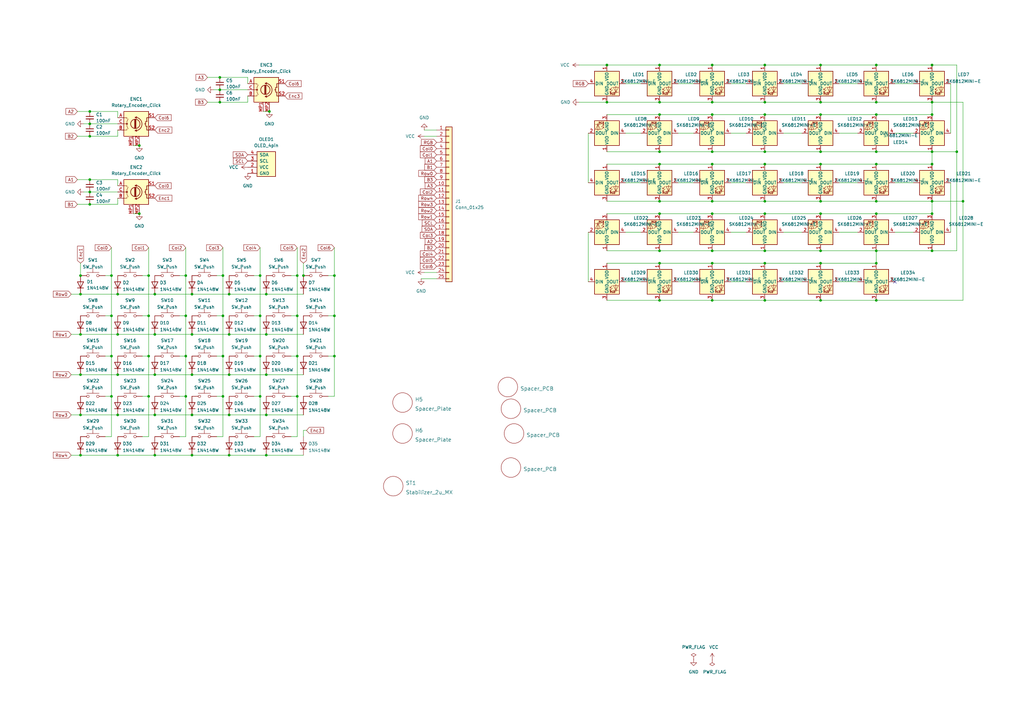
<source format=kicad_sch>
(kicad_sch (version 20211123) (generator eeschema)
  (paper "A3")
  (junction (at 78.74 186.69))
  (junction (at 313.69 87.63))
  (junction (at 93.98 137.16))
  (junction (at 124.46 113.03))
  (junction (at 292.1 26.67))
  (junction (at 76.2 113.03))
  (junction (at 336.55 87.63))
  (junction (at 359.41 26.67))
  (junction (at 110.49 45.72))
  (junction (at 137.16 146.05))
  (junction (at 45.72 162.56))
  (junction (at 313.69 46.99))
  (junction (at 60.96 146.05))
  (junction (at 292.1 123.19))
  (junction (at 48.26 153.67))
  (junction (at 109.22 186.69))
  (junction (at 270.51 26.67))
  (junction (at 33.02 113.03))
  (junction (at 292.1 82.55))
  (junction (at 33.02 153.67))
  (junction (at 33.02 137.16))
  (junction (at 90.17 36.83))
  (junction (at 63.5 170.18))
  (junction (at 292.1 107.95))
  (junction (at 76.2 162.56))
  (junction (at 382.27 82.55))
  (junction (at 78.74 153.67))
  (junction (at 106.68 162.56))
  (junction (at 359.41 67.31))
  (junction (at 382.27 87.63))
  (junction (at 359.41 82.55))
  (junction (at 121.92 129.54))
  (junction (at 336.55 123.19))
  (junction (at 36.83 73.66))
  (junction (at 313.69 67.31))
  (junction (at 137.16 113.03))
  (junction (at 292.1 46.99))
  (junction (at 76.2 129.54))
  (junction (at 48.26 186.69))
  (junction (at 93.98 153.67))
  (junction (at 33.02 170.18))
  (junction (at 336.55 107.95))
  (junction (at 137.16 129.54))
  (junction (at 60.96 129.54))
  (junction (at 382.27 46.99))
  (junction (at 36.83 83.82))
  (junction (at 270.51 41.91))
  (junction (at 45.72 146.05))
  (junction (at 48.26 137.16))
  (junction (at 45.72 113.03))
  (junction (at 336.55 67.31))
  (junction (at 292.1 102.87))
  (junction (at 270.51 46.99))
  (junction (at 33.02 186.69))
  (junction (at 78.74 170.18))
  (junction (at 382.27 62.23))
  (junction (at 93.98 186.69))
  (junction (at 336.55 41.91))
  (junction (at 36.83 50.8))
  (junction (at 292.1 62.23))
  (junction (at 313.69 41.91))
  (junction (at 270.51 62.23))
  (junction (at 336.55 102.87))
  (junction (at 48.26 170.18))
  (junction (at 63.5 186.69))
  (junction (at 313.69 26.67))
  (junction (at 33.02 120.65))
  (junction (at 63.5 153.67))
  (junction (at 78.74 137.16))
  (junction (at 36.83 55.88))
  (junction (at 313.69 102.87))
  (junction (at 90.17 41.91))
  (junction (at 359.41 123.19))
  (junction (at 91.44 146.05))
  (junction (at 121.92 113.03))
  (junction (at 382.27 102.87))
  (junction (at 63.5 120.65))
  (junction (at 270.51 102.87))
  (junction (at 359.41 102.87))
  (junction (at 57.15 87.63))
  (junction (at 270.51 107.95))
  (junction (at 45.72 129.54))
  (junction (at 336.55 62.23))
  (junction (at 292.1 41.91))
  (junction (at 313.69 82.55))
  (junction (at 93.98 170.18))
  (junction (at 248.92 41.91))
  (junction (at 359.41 107.95))
  (junction (at 336.55 46.99))
  (junction (at 60.96 162.56))
  (junction (at 36.83 45.72))
  (junction (at 63.5 137.16))
  (junction (at 359.41 62.23))
  (junction (at 76.2 146.05))
  (junction (at 270.51 67.31))
  (junction (at 106.68 146.05))
  (junction (at 336.55 26.67))
  (junction (at 93.98 120.65))
  (junction (at 91.44 129.54))
  (junction (at 106.68 129.54))
  (junction (at 36.83 78.74))
  (junction (at 109.22 170.18))
  (junction (at 270.51 82.55))
  (junction (at 248.92 26.67))
  (junction (at 382.27 26.67))
  (junction (at 292.1 87.63))
  (junction (at 292.1 67.31))
  (junction (at 394.97 82.55))
  (junction (at 313.69 107.95))
  (junction (at 109.22 153.67))
  (junction (at 313.69 123.19))
  (junction (at 60.96 113.03))
  (junction (at 91.44 113.03))
  (junction (at 121.92 146.05))
  (junction (at 121.92 162.56))
  (junction (at 91.44 162.56))
  (junction (at 336.55 82.55))
  (junction (at 90.17 31.75))
  (junction (at 359.41 41.91))
  (junction (at 359.41 46.99))
  (junction (at 109.22 137.16))
  (junction (at 109.22 120.65))
  (junction (at 392.43 62.23))
  (junction (at 382.27 67.31))
  (junction (at 270.51 87.63))
  (junction (at 313.69 62.23))
  (junction (at 359.41 87.63))
  (junction (at 270.51 123.19))
  (junction (at 57.15 59.69))
  (junction (at 382.27 41.91))
  (junction (at 48.26 120.65))
  (junction (at 106.68 113.03))
  (junction (at 78.74 120.65))
  (no_connect (at 367.03 115.57))
  (wire (pts (xy 78.74 120.65) (xy 93.98 120.65)))
  (wire (pts (xy 313.69 46.99) (xy 336.55 46.99)))
  (wire (pts (xy 78.74 170.18) (xy 93.98 170.18)))
  (wire (pts (xy 134.62 113.03) (xy 137.16 113.03)))
  (wire (pts (xy 29.21 186.69) (xy 33.02 186.69)))
  (wire (pts (xy 367.03 54.61) (xy 374.65 54.61)))
  (wire (pts (xy 33.02 107.95) (xy 33.02 113.03)))
  (wire (pts (xy 299.72 95.25) (xy 306.07 95.25)))
  (wire (pts (xy 299.72 115.57) (xy 306.07 115.57)))
  (wire (pts (xy 29.21 153.67) (xy 33.02 153.67)))
  (wire (pts (xy 45.72 101.6) (xy 45.72 113.03)))
  (wire (pts (xy 256.54 115.57) (xy 262.89 115.57)))
  (wire (pts (xy 270.51 87.63) (xy 292.1 87.63)))
  (wire (pts (xy 76.2 129.54) (xy 76.2 146.05)))
  (wire (pts (xy 109.22 137.16) (xy 124.46 137.16)))
  (wire (pts (xy 292.1 107.95) (xy 313.69 107.95)))
  (wire (pts (xy 389.89 74.93) (xy 389.89 95.25)))
  (wire (pts (xy 33.02 137.16) (xy 48.26 137.16)))
  (wire (pts (xy 48.26 76.2) (xy 48.26 73.66)))
  (wire (pts (xy 248.92 67.31) (xy 270.51 67.31)))
  (wire (pts (xy 76.2 146.05) (xy 76.2 162.56)))
  (wire (pts (xy 73.66 162.56) (xy 76.2 162.56)))
  (wire (pts (xy 359.41 62.23) (xy 382.27 62.23)))
  (wire (pts (xy 270.51 62.23) (xy 292.1 62.23)))
  (wire (pts (xy 31.75 83.82) (xy 36.83 83.82)))
  (wire (pts (xy 292.1 87.63) (xy 313.69 87.63)))
  (wire (pts (xy 73.66 113.03) (xy 76.2 113.03)))
  (wire (pts (xy 270.51 107.95) (xy 292.1 107.95)))
  (wire (pts (xy 137.16 146.05) (xy 137.16 162.56)))
  (wire (pts (xy 60.96 162.56) (xy 60.96 179.07)))
  (wire (pts (xy 31.75 55.88) (xy 36.83 55.88)))
  (wire (pts (xy 359.41 102.87) (xy 382.27 102.87)))
  (wire (pts (xy 31.75 73.66) (xy 36.83 73.66)))
  (wire (pts (xy 29.21 137.16) (xy 33.02 137.16)))
  (wire (pts (xy 58.42 162.56) (xy 60.96 162.56)))
  (wire (pts (xy 43.18 179.07) (xy 45.72 179.07)))
  (wire (pts (xy 292.1 26.67) (xy 313.69 26.67)))
  (wire (pts (xy 359.41 87.63) (xy 382.27 87.63)))
  (wire (pts (xy 48.26 81.28) (xy 48.26 83.82)))
  (wire (pts (xy 48.26 53.34) (xy 48.26 55.88)))
  (wire (pts (xy 359.41 26.67) (xy 382.27 26.67)))
  (wire (pts (xy 58.42 129.54) (xy 60.96 129.54)))
  (wire (pts (xy 382.27 82.55) (xy 382.27 87.63)))
  (wire (pts (xy 33.02 186.69) (xy 48.26 186.69)))
  (wire (pts (xy 336.55 67.31) (xy 359.41 67.31)))
  (wire (pts (xy 88.9 162.56) (xy 91.44 162.56)))
  (wire (pts (xy 278.13 95.25) (xy 284.48 95.25)))
  (wire (pts (xy 34.29 78.74) (xy 36.83 78.74)))
  (wire (pts (xy 36.83 45.72) (xy 48.26 45.72)))
  (wire (pts (xy 109.22 120.65) (xy 124.46 120.65)))
  (wire (pts (xy 107.95 45.72) (xy 110.49 45.72)))
  (wire (pts (xy 119.38 162.56) (xy 121.92 162.56)))
  (wire (pts (xy 392.43 102.87) (xy 382.27 102.87)))
  (wire (pts (xy 91.44 162.56) (xy 91.44 179.07)))
  (wire (pts (xy 91.44 113.03) (xy 91.44 129.54)))
  (wire (pts (xy 359.41 46.99) (xy 382.27 46.99)))
  (wire (pts (xy 313.69 107.95) (xy 336.55 107.95)))
  (wire (pts (xy 33.02 170.18) (xy 48.26 170.18)))
  (wire (pts (xy 321.31 74.93) (xy 328.93 74.93)))
  (wire (pts (xy 270.51 67.31) (xy 292.1 67.31)))
  (wire (pts (xy 119.38 179.07) (xy 121.92 179.07)))
  (wire (pts (xy 90.17 36.83) (xy 101.6 36.83)))
  (wire (pts (xy 85.09 41.91) (xy 90.17 41.91)))
  (wire (pts (xy 336.55 26.67) (xy 359.41 26.67)))
  (wire (pts (xy 313.69 26.67) (xy 336.55 26.67)))
  (wire (pts (xy 336.55 46.99) (xy 359.41 46.99)))
  (wire (pts (xy 173.99 53.34) (xy 179.07 53.34)))
  (wire (pts (xy 106.68 101.6) (xy 106.68 113.03)))
  (wire (pts (xy 278.13 34.29) (xy 284.48 34.29)))
  (wire (pts (xy 137.16 129.54) (xy 137.16 146.05)))
  (wire (pts (xy 48.26 120.65) (xy 63.5 120.65)))
  (wire (pts (xy 321.31 115.57) (xy 328.93 115.57)))
  (wire (pts (xy 88.9 146.05) (xy 91.44 146.05)))
  (wire (pts (xy 119.38 146.05) (xy 121.92 146.05)))
  (wire (pts (xy 48.26 55.88) (xy 36.83 55.88)))
  (wire (pts (xy 93.98 186.69) (xy 109.22 186.69)))
  (wire (pts (xy 248.92 123.19) (xy 270.51 123.19)))
  (wire (pts (xy 313.69 82.55) (xy 336.55 82.55)))
  (wire (pts (xy 43.18 162.56) (xy 45.72 162.56)))
  (wire (pts (xy 36.83 78.74) (xy 48.26 78.74)))
  (wire (pts (xy 91.44 129.54) (xy 91.44 146.05)))
  (wire (pts (xy 85.09 31.75) (xy 90.17 31.75)))
  (wire (pts (xy 63.5 153.67) (xy 78.74 153.67)))
  (wire (pts (xy 134.62 129.54) (xy 137.16 129.54)))
  (wire (pts (xy 48.26 48.26) (xy 48.26 45.72)))
  (wire (pts (xy 336.55 107.95) (xy 359.41 107.95)))
  (wire (pts (xy 48.26 186.69) (xy 63.5 186.69)))
  (wire (pts (xy 292.1 41.91) (xy 313.69 41.91)))
  (wire (pts (xy 121.92 101.6) (xy 121.92 113.03)))
  (wire (pts (xy 124.46 176.53) (xy 124.46 179.07)))
  (wire (pts (xy 106.68 129.54) (xy 106.68 146.05)))
  (wire (pts (xy 78.74 153.67) (xy 93.98 153.67)))
  (wire (pts (xy 336.55 87.63) (xy 359.41 87.63)))
  (wire (pts (xy 278.13 54.61) (xy 284.48 54.61)))
  (wire (pts (xy 359.41 82.55) (xy 382.27 82.55)))
  (wire (pts (xy 344.17 54.61) (xy 351.79 54.61)))
  (wire (pts (xy 382.27 62.23) (xy 392.43 62.23)))
  (wire (pts (xy 344.17 95.25) (xy 351.79 95.25)))
  (wire (pts (xy 394.97 82.55) (xy 382.27 82.55)))
  (wire (pts (xy 344.17 115.57) (xy 351.79 115.57)))
  (wire (pts (xy 392.43 62.23) (xy 392.43 102.87)))
  (wire (pts (xy 119.38 113.03) (xy 121.92 113.03)))
  (wire (pts (xy 73.66 146.05) (xy 76.2 146.05)))
  (wire (pts (xy 101.6 39.37) (xy 101.6 41.91)))
  (wire (pts (xy 344.17 74.93) (xy 351.79 74.93)))
  (wire (pts (xy 336.55 82.55) (xy 359.41 82.55)))
  (wire (pts (xy 248.92 87.63) (xy 270.51 87.63)))
  (wire (pts (xy 313.69 87.63) (xy 336.55 87.63)))
  (wire (pts (xy 292.1 82.55) (xy 313.69 82.55)))
  (wire (pts (xy 313.69 67.31) (xy 336.55 67.31)))
  (wire (pts (xy 256.54 54.61) (xy 262.89 54.61)))
  (wire (pts (xy 173.99 111.76) (xy 179.07 111.76)))
  (wire (pts (xy 90.17 31.75) (xy 101.6 31.75)))
  (wire (pts (xy 367.03 74.93) (xy 374.65 74.93)))
  (wire (pts (xy 121.92 146.05) (xy 121.92 162.56)))
  (wire (pts (xy 248.92 107.95) (xy 270.51 107.95)))
  (wire (pts (xy 313.69 102.87) (xy 336.55 102.87)))
  (wire (pts (xy 336.55 102.87) (xy 359.41 102.87)))
  (wire (pts (xy 76.2 101.6) (xy 76.2 113.03)))
  (wire (pts (xy 172.72 114.3) (xy 179.07 114.3)))
  (wire (pts (xy 76.2 113.03) (xy 76.2 129.54)))
  (wire (pts (xy 278.13 74.93) (xy 284.48 74.93)))
  (wire (pts (xy 60.96 129.54) (xy 60.96 146.05)))
  (wire (pts (xy 336.55 62.23) (xy 359.41 62.23)))
  (wire (pts (xy 321.31 95.25) (xy 328.93 95.25)))
  (wire (pts (xy 241.3 54.61) (xy 241.3 74.93)))
  (wire (pts (xy 241.3 95.25) (xy 241.3 115.57)))
  (wire (pts (xy 63.5 170.18) (xy 78.74 170.18)))
  (wire (pts (xy 73.66 129.54) (xy 76.2 129.54)))
  (wire (pts (xy 392.43 26.67) (xy 392.43 62.23)))
  (wire (pts (xy 248.92 62.23) (xy 270.51 62.23)))
  (wire (pts (xy 321.31 34.29) (xy 328.93 34.29)))
  (wire (pts (xy 76.2 162.56) (xy 76.2 179.07)))
  (wire (pts (xy 63.5 137.16) (xy 78.74 137.16)))
  (wire (pts (xy 36.83 50.8) (xy 48.26 50.8)))
  (wire (pts (xy 248.92 82.55) (xy 270.51 82.55)))
  (wire (pts (xy 93.98 153.67) (xy 109.22 153.67)))
  (wire (pts (xy 292.1 123.19) (xy 313.69 123.19)))
  (wire (pts (xy 104.14 129.54) (xy 106.68 129.54)))
  (wire (pts (xy 367.03 34.29) (xy 374.65 34.29)))
  (wire (pts (xy 88.9 129.54) (xy 91.44 129.54)))
  (wire (pts (xy 58.42 146.05) (xy 60.96 146.05)))
  (wire (pts (xy 60.96 113.03) (xy 60.96 129.54)))
  (wire (pts (xy 87.63 36.83) (xy 90.17 36.83)))
  (wire (pts (xy 270.51 82.55) (xy 292.1 82.55)))
  (wire (pts (xy 270.51 26.67) (xy 292.1 26.67)))
  (wire (pts (xy 33.02 153.67) (xy 48.26 153.67)))
  (wire (pts (xy 359.41 123.19) (xy 394.97 123.19)))
  (wire (pts (xy 33.02 120.65) (xy 48.26 120.65)))
  (wire (pts (xy 237.49 26.67) (xy 248.92 26.67)))
  (wire (pts (xy 48.26 137.16) (xy 63.5 137.16)))
  (wire (pts (xy 88.9 113.03) (xy 91.44 113.03)))
  (wire (pts (xy 45.72 129.54) (xy 45.72 146.05)))
  (wire (pts (xy 256.54 95.25) (xy 262.89 95.25)))
  (wire (pts (xy 91.44 146.05) (xy 91.44 162.56)))
  (wire (pts (xy 313.69 41.91) (xy 336.55 41.91)))
  (wire (pts (xy 48.26 153.67) (xy 63.5 153.67)))
  (wire (pts (xy 104.14 162.56) (xy 106.68 162.56)))
  (wire (pts (xy 109.22 186.69) (xy 124.46 186.69)))
  (wire (pts (xy 359.41 67.31) (xy 382.27 67.31)))
  (wire (pts (xy 394.97 82.55) (xy 394.97 123.19)))
  (wire (pts (xy 313.69 123.19) (xy 336.55 123.19)))
  (wire (pts (xy 270.51 102.87) (xy 292.1 102.87)))
  (wire (pts (xy 63.5 120.65) (xy 78.74 120.65)))
  (wire (pts (xy 54.61 59.69) (xy 57.15 59.69)))
  (wire (pts (xy 336.55 41.91) (xy 359.41 41.91)))
  (wire (pts (xy 389.89 54.61) (xy 389.89 34.29)))
  (wire (pts (xy 299.72 54.61) (xy 306.07 54.61)))
  (wire (pts (xy 292.1 102.87) (xy 313.69 102.87)))
  (wire (pts (xy 125.73 176.53) (xy 124.46 176.53)))
  (wire (pts (xy 54.61 87.63) (xy 57.15 87.63)))
  (wire (pts (xy 382.27 41.91) (xy 394.97 41.91)))
  (wire (pts (xy 382.27 62.23) (xy 382.27 67.31)))
  (wire (pts (xy 382.27 41.91) (xy 382.27 46.99)))
  (wire (pts (xy 121.92 129.54) (xy 121.92 146.05)))
  (wire (pts (xy 270.51 41.91) (xy 292.1 41.91)))
  (wire (pts (xy 45.72 146.05) (xy 45.72 162.56)))
  (wire (pts (xy 29.21 170.18) (xy 33.02 170.18)))
  (wire (pts (xy 134.62 146.05) (xy 137.16 146.05)))
  (wire (pts (xy 382.27 26.67) (xy 392.43 26.67)))
  (wire (pts (xy 104.14 179.07) (xy 106.68 179.07)))
  (wire (pts (xy 336.55 123.19) (xy 359.41 123.19)))
  (wire (pts (xy 104.14 146.05) (xy 106.68 146.05)))
  (wire (pts (xy 60.96 101.6) (xy 60.96 113.03)))
  (wire (pts (xy 48.26 83.82) (xy 36.83 83.82)))
  (wire (pts (xy 45.72 113.03) (xy 45.72 129.54)))
  (wire (pts (xy 48.26 170.18) (xy 63.5 170.18)))
  (wire (pts (xy 248.92 102.87) (xy 270.51 102.87)))
  (wire (pts (xy 313.69 62.23) (xy 336.55 62.23)))
  (wire (pts (xy 121.92 162.56) (xy 121.92 179.07)))
  (wire (pts (xy 34.29 50.8) (xy 36.83 50.8)))
  (wire (pts (xy 76.2 179.07) (xy 73.66 179.07)))
  (wire (pts (xy 93.98 170.18) (xy 109.22 170.18)))
  (wire (pts (xy 299.72 74.93) (xy 306.07 74.93)))
  (wire (pts (xy 173.99 55.88) (xy 179.07 55.88)))
  (wire (pts (xy 248.92 26.67) (xy 270.51 26.67)))
  (wire (pts (xy 101.6 34.29) (xy 101.6 31.75)))
  (wire (pts (xy 292.1 62.23) (xy 313.69 62.23)))
  (wire (pts (xy 359.41 41.91) (xy 382.27 41.91)))
  (wire (pts (xy 106.68 146.05) (xy 106.68 162.56)))
  (wire (pts (xy 121.92 113.03) (xy 121.92 129.54)))
  (wire (pts (xy 119.38 129.54) (xy 121.92 129.54)))
  (wire (pts (xy 60.96 146.05) (xy 60.96 162.56)))
  (wire (pts (xy 248.92 41.91) (xy 270.51 41.91)))
  (wire (pts (xy 93.98 137.16) (xy 109.22 137.16)))
  (wire (pts (xy 106.68 113.03) (xy 106.68 129.54)))
  (wire (pts (xy 104.14 113.03) (xy 106.68 113.03)))
  (wire (pts (xy 78.74 186.69) (xy 93.98 186.69)))
  (wire (pts (xy 299.72 34.29) (xy 306.07 34.29)))
  (wire (pts (xy 43.18 146.05) (xy 45.72 146.05)))
  (wire (pts (xy 344.17 34.29) (xy 351.79 34.29)))
  (wire (pts (xy 109.22 170.18) (xy 124.46 170.18)))
  (wire (pts (xy 43.18 129.54) (xy 45.72 129.54)))
  (wire (pts (xy 134.62 162.56) (xy 137.16 162.56)))
  (wire (pts (xy 292.1 46.99) (xy 313.69 46.99)))
  (wire (pts (xy 321.31 54.61) (xy 328.93 54.61)))
  (wire (pts (xy 359.41 102.87) (xy 359.41 107.95)))
  (wire (pts (xy 270.51 123.19) (xy 292.1 123.19)))
  (wire (pts (xy 31.75 45.72) (xy 36.83 45.72)))
  (wire (pts (xy 367.03 95.25) (xy 374.65 95.25)))
  (wire (pts (xy 91.44 101.6) (xy 91.44 113.03)))
  (wire (pts (xy 394.97 41.91) (xy 394.97 82.55)))
  (wire (pts (xy 58.42 179.07) (xy 60.96 179.07)))
  (wire (pts (xy 106.68 162.56) (xy 106.68 179.07)))
  (wire (pts (xy 78.74 137.16) (xy 93.98 137.16)))
  (wire (pts (xy 91.44 179.07) (xy 88.9 179.07)))
  (wire (pts (xy 292.1 67.31) (xy 313.69 67.31)))
  (wire (pts (xy 237.49 41.91) (xy 248.92 41.91)))
  (wire (pts (xy 124.46 107.95) (xy 124.46 113.03)))
  (wire (pts (xy 137.16 101.6) (xy 137.16 113.03)))
  (wire (pts (xy 278.13 115.57) (xy 284.48 115.57)))
  (wire (pts (xy 58.42 113.03) (xy 60.96 113.03)))
  (wire (pts (xy 101.6 41.91) (xy 90.17 41.91)))
  (wire (pts (xy 36.83 73.66) (xy 48.26 73.66)))
  (wire (pts (xy 137.16 113.03) (xy 137.16 129.54)))
  (wire (pts (xy 29.21 120.65) (xy 33.02 120.65)))
  (wire (pts (xy 270.51 46.99) (xy 292.1 46.99)))
  (wire (pts (xy 248.92 46.99) (xy 270.51 46.99)))
  (wire (pts (xy 256.54 34.29) (xy 262.89 34.29)))
  (wire (pts (xy 63.5 186.69) (xy 78.74 186.69)))
  (wire (pts (xy 109.22 153.67) (xy 124.46 153.67)))
  (wire (pts (xy 256.54 74.93) (xy 262.89 74.93)))
  (wire (pts (xy 43.18 113.03) (xy 45.72 113.03)))
  (wire (pts (xy 45.72 162.56) (xy 45.72 179.07)))
  (wire (pts (xy 93.98 120.65) (xy 109.22 120.65)))
  (global_label "Row4" (shape input) (at 179.07 81.28 180) (property "Intersheet References" "${INTERSHEET_REFS}" (effects hide)))
  (global_label "Enc2" (shape input) (at 63.5 53.34 0) (property "Intersheet References" "${INTERSHEET_REFS}" (effects hide)))
  (global_label "Col4" (shape input) (at 106.68 101.6 180) (property "Intersheet References" "${INTERSHEET_REFS}" (effects hide)))
  (global_label "Col6" (shape input) (at 116.84 34.29 0) (property "Intersheet References" "${INTERSHEET_REFS}" (effects hide)))
  (global_label "Enc2" (shape input) (at 124.46 107.95 90) (property "Intersheet References" "${INTERSHEET_REFS}" (effects hide)))
  (global_label "Col3" (shape input) (at 179.07 96.52 180) (property "Intersheet References" "${INTERSHEET_REFS}" (effects hide)))
  (global_label "SCL" (shape input) (at 101.6 66.04 180) (property "Intersheet References" "${INTERSHEET_REFS}" (effects hide)))
  (global_label "SDA" (shape input) (at 101.6 63.5 180) (property "Intersheet References" "${INTERSHEET_REFS}" (effects hide)))
  (global_label "Enc3" (shape input) (at 125.73 176.53 0) (property "Intersheet References" "${INTERSHEET_REFS}" (effects hide)))
  (global_label "B2" (shape input) (at 179.07 101.6 180) (property "Intersheet References" "${INTERSHEET_REFS}" (effects hide)))
  (global_label "A1" (shape input) (at 179.07 66.04 180) (property "Intersheet References" "${INTERSHEET_REFS}" (effects hide)))
  (global_label "Row1" (shape input) (at 29.21 137.16 180) (property "Intersheet References" "${INTERSHEET_REFS}" (effects hide)))
  (global_label "Enc1" (shape input) (at 33.02 107.95 90) (property "Intersheet References" "${INTERSHEET_REFS}" (effects hide)))
  (global_label "Col2" (shape input) (at 179.07 78.74 180) (property "Intersheet References" "${INTERSHEET_REFS}" (effects hide)))
  (global_label "Row4" (shape input) (at 29.21 186.69 180) (property "Intersheet References" "${INTERSHEET_REFS}" (effects hide)))
  (global_label "SCL" (shape input) (at 179.07 91.44 180) (property "Intersheet References" "${INTERSHEET_REFS}" (effects hide)))
  (global_label "Row1" (shape input) (at 179.07 88.9 180) (property "Intersheet References" "${INTERSHEET_REFS}" (effects hide)))
  (global_label "A2" (shape input) (at 31.75 45.72 180) (property "Intersheet References" "${INTERSHEET_REFS}" (effects hide)))
  (global_label "Col3" (shape input) (at 91.44 101.6 180) (property "Intersheet References" "${INTERSHEET_REFS}" (effects hide)))
  (global_label "Col6" (shape input) (at 63.5 48.26 0) (property "Intersheet References" "${INTERSHEET_REFS}" (effects hide)))
  (global_label "Col6" (shape input) (at 137.16 101.6 180) (property "Intersheet References" "${INTERSHEET_REFS}" (effects hide)))
  (global_label "B2" (shape input) (at 31.75 55.88 180) (property "Intersheet References" "${INTERSHEET_REFS}" (effects hide)))
  (global_label "A3" (shape input) (at 85.09 31.75 180) (property "Intersheet References" "${INTERSHEET_REFS}" (effects hide)))
  (global_label "RGB" (shape input) (at 241.3 34.29 180) (property "Intersheet References" "${INTERSHEET_REFS}" (effects hide)))
  (global_label "Col2" (shape input) (at 76.2 101.6 180) (property "Intersheet References" "${INTERSHEET_REFS}" (effects hide)))
  (global_label "SDA" (shape input) (at 179.07 93.98 180) (property "Intersheet References" "${INTERSHEET_REFS}" (effects hide)))
  (global_label "Col5" (shape input) (at 121.92 101.6 180) (property "Intersheet References" "${INTERSHEET_REFS}" (effects hide)))
  (global_label "Col5" (shape input) (at 179.07 106.68 180) (property "Intersheet References" "${INTERSHEET_REFS}" (effects hide)))
  (global_label "A1" (shape input) (at 31.75 73.66 180) (property "Intersheet References" "${INTERSHEET_REFS}" (effects hide)))
  (global_label "Row2" (shape input) (at 179.07 86.36 180) (property "Intersheet References" "${INTERSHEET_REFS}" (effects hide)))
  (global_label "RGB" (shape input) (at 179.07 58.42 180) (property "Intersheet References" "${INTERSHEET_REFS}" (effects hide)))
  (global_label "B1" (shape input) (at 31.75 83.82 180) (property "Intersheet References" "${INTERSHEET_REFS}" (effects hide)))
  (global_label "B1" (shape input) (at 179.07 68.58 180) (property "Intersheet References" "${INTERSHEET_REFS}" (effects hide)))
  (global_label "Col0" (shape input) (at 45.72 101.6 180) (property "Intersheet References" "${INTERSHEET_REFS}" (effects hide)))
  (global_label "Col6" (shape input) (at 179.07 109.22 180) (property "Intersheet References" "${INTERSHEET_REFS}" (effects hide)))
  (global_label "Row3" (shape input) (at 29.21 170.18 180) (property "Intersheet References" "${INTERSHEET_REFS}" (effects hide)))
  (global_label "Col0" (shape input) (at 179.07 60.96 180) (property "Intersheet References" "${INTERSHEET_REFS}" (effects hide)))
  (global_label "Col0" (shape input) (at 63.5 76.2 0) (property "Intersheet References" "${INTERSHEET_REFS}" (effects hide)))
  (global_label "Col1" (shape input) (at 60.96 101.6 180) (property "Intersheet References" "${INTERSHEET_REFS}" (effects hide)))
  (global_label "A3" (shape input) (at 179.07 76.2 180) (property "Intersheet References" "${INTERSHEET_REFS}" (effects hide)))
  (global_label "B3" (shape input) (at 85.09 41.91 180) (property "Intersheet References" "${INTERSHEET_REFS}" (effects hide)))
  (global_label "Row3" (shape input) (at 179.07 83.82 180) (property "Intersheet References" "${INTERSHEET_REFS}" (effects hide)))
  (global_label "Row0" (shape input) (at 29.21 120.65 180) (property "Intersheet References" "${INTERSHEET_REFS}" (effects hide)))
  (global_label "Row2" (shape input) (at 29.21 153.67 180) (property "Intersheet References" "${INTERSHEET_REFS}" (effects hide)))
  (global_label "A2" (shape input) (at 179.07 99.06 180) (property "Intersheet References" "${INTERSHEET_REFS}" (effects hide)))
  (global_label "Enc3" (shape input) (at 116.84 39.37 0) (property "Intersheet References" "${INTERSHEET_REFS}" (effects hide)))
  (global_label "Col4" (shape input) (at 179.07 104.14 180) (property "Intersheet References" "${INTERSHEET_REFS}" (effects hide)))
  (global_label "Col1" (shape input) (at 179.07 63.5 180) (property "Intersheet References" "${INTERSHEET_REFS}" (effects hide)))
  (global_label "Enc1" (shape input) (at 63.5 81.28 0) (property "Intersheet References" "${INTERSHEET_REFS}" (effects hide)))
  (global_label "Row0" (shape input) (at 179.07 71.12 180) (property "Intersheet References" "${INTERSHEET_REFS}" (effects hide)))
  (global_label "B3" (shape input) (at 179.07 73.66 180) (property "Intersheet References" "${INTERSHEET_REFS}" (effects hide)))
  (symbol (lib_id "Keyboard Switches:SW_MX_HotSwap_Reversible") (at 83.82 162.56 0) (unit 1)
    (property "Reference" "SW25" (at 83.82 156.1805 0))
    (property "Value" "SW_Push" (at 83.82 158.9556 0))
    (property "Footprint" "Keyboard Switches:SW_MX_HotSwap_Reversible" (effects hide))
  )
  (symbol (lib_id "power:GND") (at 101.6 71.12 0) (unit 1)
    (property "Reference" "#PWR06" (effects hide))
    (property "Value" "GND" (at 101.6 76.2 0))
  )
  (symbol (lib_id "Keyboard Common:SK6812MINI-E") (at 336.55 115.57 0) (unit 1)
    (property "Reference" "LED33" (at 349.4866 111.8448 0))
    (property "Value" "SK6812MINI-E" (at 349.4866 114.6199 0))
    (property "Footprint" "Keyboard RGB:MX_SK6812MINI-E_REVERSIBLE" (effects hide))
    (property "Datasheet" "https://cdn-shop.adafruit.com/product-files/2686/SK6812MINI_REV.01-1-2.pdf" (effects hide))
  )
  (symbol (lib_id "Keyboard Switches:Rotary_Encoder_Click") (at 55.88 78.74 0) (unit 1)
    (property "Reference" "ENC2" (at 55.88 68.58 0))
    (property "Value" "Rotary_Encoder_Click" (at 55.88 71.12 0))
    (property "Footprint" "Keyboard Encoders:Encoder_Alps_EC11E_Small" (effects hide))
  )
  (symbol (lib_id "Diode:1N4148W") (at 93.98 166.37 90) (unit 1)
    (property "Reference" "D26" (at 96.012 165.4615 90) (effects (justify right)))
    (property "Value" "1N4148W" (at 96.012 168.2366 90) (effects (justify right)))
    (property "Footprint" "Diode_SMD:D_SOD-123" (effects hide))
    (property "Datasheet" "https://www.vishay.com/docs/85748/1n4148w.pdf" (effects hide))
  )
  (symbol (lib_id "Keyboard Common:OLED_4pin") (at 106.68 68.58 0) (mirror x) (unit 1)
    (property "Reference" "OLED1" (at 109.22 57.15 0))
    (property "Value" "OLED_4pin" (at 109.22 59.69 0))
    (property "Footprint" "Keyboard Common:SSD1306-0.91-OLED-4pin-128x32" (effects hide))
  )
  (symbol (lib_id "power:GND") (at 87.63 36.83 270) (unit 1)
    (property "Reference" "#PWR011" (effects hide))
    (property "Value" "GND" (at 80.01 36.83 90) (effects (justify left)))
  )
  (symbol (lib_id "Keyboard Switches:SW_MX_HotSwap_Reversible") (at 53.34 146.05 0) (unit 1)
    (property "Reference" "SW16" (at 53.34 139.6705 0))
    (property "Value" "SW_Push" (at 53.34 142.4456 0))
    (property "Footprint" "Keyboard Switches:SW_MX_HotSwap_Reversible" (effects hide))
  )
  (symbol (lib_id "Diode:1N4148W") (at 124.46 149.86 90) (unit 1)
    (property "Reference" "D21" (at 126.492 148.9515 90) (effects (justify right)))
    (property "Value" "1N4148W" (at 126.492 151.7266 90) (effects (justify right)))
    (property "Footprint" "Diode_SMD:D_SOD-123" (effects hide))
    (property "Datasheet" "https://www.vishay.com/docs/85748/1n4148w.pdf" (effects hide))
  )
  (symbol (lib_id "Keyboard Switches:Stabilizer_2u_MX") (at 161.29 199.39 0) (unit 1)
    (property "Reference" "ST1" (at 166.37 198.12 0) (effects (font (size 1.524 1.524)) (justify left)))
    (property "Value" "Stabilizer_2u_MX" (at 166.37 201.93 0) (effects (font (size 1.524 1.524)) (justify left)))
    (property "Footprint" "Keyboard Stabilizer:Stabilizer_Cherry_MX_2.00u" (effects hide))
  )
  (symbol (lib_id "Diode:1N4148W") (at 78.74 149.86 90) (unit 1)
    (property "Reference" "D18" (at 80.772 148.9515 90) (effects (justify right)))
    (property "Value" "1N4148W" (at 80.772 151.7266 90) (effects (justify right)))
    (property "Footprint" "Diode_SMD:D_SOD-123" (effects hide))
    (property "Datasheet" "https://www.vishay.com/docs/85748/1n4148w.pdf" (effects hide))
  )
  (symbol (lib_id "Keyboard Switches:SW_MX_HotSwap_Reversible") (at 68.58 162.56 0) (unit 1)
    (property "Reference" "SW24" (at 68.58 156.1805 0))
    (property "Value" "SW_Push" (at 68.58 158.9556 0))
    (property "Footprint" "Keyboard Switches:SW_MX_HotSwap_Reversible" (effects hide))
  )
  (symbol (lib_id "Diode:1N4148W") (at 33.02 182.88 90) (unit 1)
    (property "Reference" "D29" (at 35.052 181.9715 90) (effects (justify right)))
    (property "Value" "1N4148W" (at 35.052 184.7466 90) (effects (justify right)))
    (property "Footprint" "Diode_SMD:D_SOD-123" (effects hide))
    (property "Datasheet" "https://www.vishay.com/docs/85748/1n4148w.pdf" (effects hide))
  )
  (symbol (lib_name "SK6812MINI-E_4") (lib_id "Keyboard Common:SK6812MINI-E") (at 292.1 115.57 0) (unit 1)
    (property "Reference" "LED31" (at 305.0366 111.8448 0))
    (property "Value" "SK6812MINI-E" (at 305.0366 114.6199 0))
    (property "Footprint" "Keyboard RGB:MX_SK6812MINI-E_REVERSIBLE" (effects hide))
    (property "Datasheet" "https://cdn-shop.adafruit.com/product-files/2686/SK6812MINI_REV.01-1-2.pdf" (effects hide))
  )
  (symbol (lib_id "Keyboard Switches:Rotary_Encoder_Click") (at 109.22 36.83 0) (unit 1)
    (property "Reference" "ENC3" (at 109.22 26.67 0))
    (property "Value" "Rotary_Encoder_Click" (at 109.22 29.21 0))
    (property "Footprint" "Keyboard Encoders:Encoder_Alps_EC11E_Small" (effects hide))
  )
  (symbol (lib_name "SK6812MINI-E_10") (lib_id "Keyboard Common:SK6812MINI-E") (at 270.51 95.25 180) (unit 1)
    (property "Reference" "LED23" (at 284.48 89.4205 0))
    (property "Value" "SK6812MINI-E" (at 284.48 91.9605 0))
    (property "Footprint" "Keyboard RGB:MX_SK6812MINI-E_REVERSIBLE" (effects hide))
    (property "Datasheet" "https://cdn-shop.adafruit.com/product-files/2686/SK6812MINI_REV.01-1-2.pdf" (effects hide))
  )
  (symbol (lib_name "SK6812MINI-E_30") (lib_id "Keyboard Common:SK6812MINI-E") (at 382.27 95.25 180) (unit 1)
    (property "Reference" "LED28" (at 396.24 89.4205 0))
    (property "Value" "SK6812MINI-E" (at 396.24 91.9605 0))
    (property "Footprint" "Keyboard RGB:MX_SK6812MINI-E_REVERSIBLE" (effects hide))
    (property "Datasheet" "https://cdn-shop.adafruit.com/product-files/2686/SK6812MINI_REV.01-1-2.pdf" (effects hide))
  )
  (symbol (lib_id "power:GND") (at 110.49 45.72 0) (unit 1)
    (property "Reference" "#PWR012" (effects hide))
    (property "Value" "GND" (at 110.49 50.8 0))
  )
  (symbol (lib_id "Diode:1N4148W") (at 33.02 116.84 270) (mirror x) (unit 1)
    (property "Reference" "D1" (at 35.56 115.5699 90) (effects (justify left)))
    (property "Value" "1N4148W" (at 35.56 118.1099 90) (effects (justify left)))
    (property "Footprint" "Diode_SMD:D_SOD-123" (effects hide))
    (property "Datasheet" "https://www.vishay.com/docs/85748/1n4148w.pdf" (effects hide))
  )
  (symbol (lib_id "Keyboard Switches:Rotary_Encoder_Click") (at 55.88 50.8 0) (unit 1)
    (property "Reference" "ENC1" (at 55.88 40.64 0))
    (property "Value" "Rotary_Encoder_Click" (at 55.88 43.18 0))
    (property "Footprint" "Keyboard Encoders:Encoder_Alps_EC11E_Small" (effects hide))
  )
  (symbol (lib_id "Diode:1N4148W") (at 93.98 133.35 90) (unit 1)
    (property "Reference" "D12" (at 96.012 132.4415 90) (effects (justify right)))
    (property "Value" "1N4148W" (at 96.012 135.2166 90) (effects (justify right)))
    (property "Footprint" "Diode_SMD:D_SOD-123" (effects hide))
    (property "Datasheet" "https://www.vishay.com/docs/85748/1n4148w.pdf" (effects hide))
  )
  (symbol (lib_id "Keyboard Switches:SW_MX_HotSwap_Reversible") (at 129.54 162.56 0) (unit 1)
    (property "Reference" "SW28" (at 129.54 156.1805 0))
    (property "Value" "SW_Push" (at 129.54 158.9556 0))
    (property "Footprint" "Keyboard Switches:SW_MX_HotSwap_Reversible" (effects hide))
  )
  (symbol (lib_name "SK6812MINI-E_6") (lib_id "Keyboard Common:SK6812MINI-E") (at 248.92 54.61 180) (unit 1)
    (property "Reference" "LED8" (at 262.89 48.7805 0))
    (property "Value" "SK6812MINI-E" (at 262.89 51.3205 0))
    (property "Footprint" "Keyboard RGB:MX_SK6812MINI-E_REVERSIBLE" (effects hide))
    (property "Datasheet" "https://cdn-shop.adafruit.com/product-files/2686/SK6812MINI_REV.01-1-2.pdf" (effects hide))
  )
  (symbol (lib_id "power:GND") (at 172.72 114.3 0) (unit 1)
    (property "Reference" "#PWR010" (effects hide))
    (property "Value" "GND" (at 172.72 119.38 0))
  )
  (symbol (lib_name "SK6812MINI-E_33") (lib_id "Keyboard Common:SK6812MINI-E") (at 359.41 115.57 0) (unit 1)
    (property "Reference" "LED34" (at 372.3466 111.8448 0))
    (property "Value" "SK6812MINI-E" (at 372.3466 114.6199 0))
    (property "Footprint" "Keyboard RGB:MX_SK6812MINI-E_REVERSIBLE" (effects hide))
    (property "Datasheet" "https://cdn-shop.adafruit.com/product-files/2686/SK6812MINI_REV.01-1-2.pdf" (effects hide))
  )
  (symbol (lib_id "Diode:1N4148W") (at 109.22 149.86 90) (unit 1)
    (property "Reference" "D20" (at 111.252 148.9515 90) (effects (justify right)))
    (property "Value" "1N4148W" (at 111.252 151.7266 90) (effects (justify right)))
    (property "Footprint" "Diode_SMD:D_SOD-123" (effects hide))
    (property "Datasheet" "https://www.vishay.com/docs/85748/1n4148w.pdf" (effects hide))
  )
  (symbol (lib_id "Diode:1N4148W") (at 33.02 149.86 90) (unit 1)
    (property "Reference" "D15" (at 35.052 148.9515 90) (effects (justify right)))
    (property "Value" "1N4148W" (at 35.052 151.7266 90) (effects (justify right)))
    (property "Footprint" "Diode_SMD:D_SOD-123" (effects hide))
    (property "Datasheet" "https://www.vishay.com/docs/85748/1n4148w.pdf" (effects hide))
  )
  (symbol (lib_id "Diode:1N4148W") (at 93.98 116.84 90) (unit 1)
    (property "Reference" "D5" (at 96.012 115.9315 90) (effects (justify right)))
    (property "Value" "1N4148W" (at 96.012 118.7066 90) (effects (justify right)))
    (property "Footprint" "Diode_SMD:D_SOD-123" (effects hide))
    (property "Datasheet" "https://www.vishay.com/docs/85748/1n4148w.pdf" (effects hide))
  )
  (symbol (lib_id "Keyboard Switches:SW_MX_HotSwap_Reversible") (at 114.3 146.05 0) (unit 1)
    (property "Reference" "SW20" (at 114.3 139.6705 0))
    (property "Value" "SW_Push" (at 114.3 142.4456 0))
    (property "Footprint" "Keyboard Switches:SW_MX_HotSwap_Reversible" (effects hide))
  )
  (symbol (lib_name "SK6812MINI-E_21") (lib_id "Keyboard Common:SK6812MINI-E") (at 336.55 34.29 0) (unit 1)
    (property "Reference" "LED5" (at 349.4866 30.5648 0))
    (property "Value" "SK6812MINI-E" (at 349.4866 33.3399 0))
    (property "Footprint" "Keyboard RGB:MX_SK6812MINI-E_REVERSIBLE" (effects hide))
    (property "Datasheet" "https://cdn-shop.adafruit.com/product-files/2686/SK6812MINI_REV.01-1-2.pdf" (effects hide))
  )
  (symbol (lib_id "Diode:1N4148W") (at 48.26 166.37 90) (unit 1)
    (property "Reference" "D23" (at 50.292 165.4615 90) (effects (justify right)))
    (property "Value" "1N4148W" (at 50.292 168.2366 90) (effects (justify right)))
    (property "Footprint" "Diode_SMD:D_SOD-123" (effects hide))
    (property "Datasheet" "https://www.vishay.com/docs/85748/1n4148w.pdf" (effects hide))
  )
  (symbol (lib_id "Diode:1N4148W") (at 33.02 166.37 90) (unit 1)
    (property "Reference" "D22" (at 35.052 165.4615 90) (effects (justify right)))
    (property "Value" "1N4148W" (at 35.052 168.2366 90) (effects (justify right)))
    (property "Footprint" "Diode_SMD:D_SOD-123" (effects hide))
    (property "Datasheet" "https://www.vishay.com/docs/85748/1n4148w.pdf" (effects hide))
  )
  (symbol (lib_id "Diode:1N4148W") (at 124.46 116.84 90) (unit 1)
    (property "Reference" "D7" (at 126.492 115.9315 90) (effects (justify right)))
    (property "Value" "1N4148W" (at 126.492 118.7066 90) (effects (justify right)))
    (property "Footprint" "Diode_SMD:D_SOD-123" (effects hide))
    (property "Datasheet" "https://www.vishay.com/docs/85748/1n4148w.pdf" (effects hide))
  )
  (symbol (lib_name "SK6812MINI-E_24") (lib_id "Keyboard Common:SK6812MINI-E") (at 359.41 34.29 0) (unit 1)
    (property "Reference" "LED6" (at 372.3466 30.5648 0))
    (property "Value" "SK6812MINI-E" (at 372.3466 33.3399 0))
    (property "Footprint" "Keyboard RGB:MX_SK6812MINI-E_REVERSIBLE" (effects hide))
    (property "Datasheet" "https://cdn-shop.adafruit.com/product-files/2686/SK6812MINI_REV.01-1-2.pdf" (effects hide))
  )
  (symbol (lib_name "SK6812MINI-E_11") (lib_id "Keyboard Common:SK6812MINI-E") (at 270.51 74.93 0) (unit 1)
    (property "Reference" "LED16" (at 283.4466 71.2048 0))
    (property "Value" "SK6812MINI-E" (at 283.4466 73.9799 0))
    (property "Footprint" "Keyboard RGB:MX_SK6812MINI-E_REVERSIBLE" (effects hide))
    (property "Datasheet" "https://cdn-shop.adafruit.com/product-files/2686/SK6812MINI_REV.01-1-2.pdf" (effects hide))
  )
  (symbol (lib_name "SK6812MINI-E_5") (lib_id "Keyboard Common:SK6812MINI-E") (at 270.51 34.29 0) (unit 1)
    (property "Reference" "LED2" (at 283.4466 30.5648 0))
    (property "Value" "SK6812MINI-E" (at 283.4466 33.3399 0))
    (property "Footprint" "Keyboard RGB:MX_SK6812MINI-E_REVERSIBLE" (effects hide))
    (property "Datasheet" "https://cdn-shop.adafruit.com/product-files/2686/SK6812MINI_REV.01-1-2.pdf" (effects hide))
  )
  (symbol (lib_id "Diode:1N4148W") (at 93.98 149.86 90) (unit 1)
    (property "Reference" "D19" (at 96.012 148.9515 90) (effects (justify right)))
    (property "Value" "1N4148W" (at 96.012 151.7266 90) (effects (justify right)))
    (property "Footprint" "Diode_SMD:D_SOD-123" (effects hide))
    (property "Datasheet" "https://www.vishay.com/docs/85748/1n4148w.pdf" (effects hide))
  )
  (symbol (lib_name "SK6812MINI-E_14") (lib_id "Keyboard Common:SK6812MINI-E") (at 270.51 115.57 0) (unit 1)
    (property "Reference" "LED30" (at 283.4466 111.8448 0))
    (property "Value" "SK6812MINI-E" (at 283.4466 114.6199 0))
    (property "Footprint" "Keyboard RGB:MX_SK6812MINI-E_REVERSIBLE" (effects hide))
    (property "Datasheet" "https://cdn-shop.adafruit.com/product-files/2686/SK6812MINI_REV.01-1-2.pdf" (effects hide))
  )
  (symbol (lib_id "Keyboard Switches:SW_MX_HotSwap_Reversible") (at 38.1 129.54 0) (unit 1)
    (property "Reference" "SW8" (at 38.1 123.1605 0))
    (property "Value" "SW_Push" (at 38.1 125.9356 0))
    (property "Footprint" "Keyboard Switches:SW_MX_HotSwap_Reversible" (effects hide))
  )
  (symbol (lib_id "Keyboard Switches:SW_MX_HotSwap_Reversible") (at 38.1 146.05 0) (unit 1)
    (property "Reference" "SW15" (at 38.1 139.6705 0))
    (property "Value" "SW_Push" (at 38.1 142.4456 0))
    (property "Footprint" "Keyboard Switches:SW_MX_HotSwap_Reversible" (effects hide))
  )
  (symbol (lib_id "power:GND") (at 34.29 50.8 270) (unit 1)
    (property "Reference" "#PWR01" (effects hide))
    (property "Value" "GND" (at 26.67 50.8 90) (effects (justify left)))
  )
  (symbol (lib_id "Keyboard Switches:SW_MX_HotSwap_Reversible") (at 53.34 113.03 0) (unit 1)
    (property "Reference" "SW2" (at 53.34 106.6505 0))
    (property "Value" "SW_Push" (at 53.34 109.4256 0))
    (property "Footprint" "Keyboard Switches:SW_MX_HotSwap_Reversible" (effects hide))
  )
  (symbol (lib_id "Keyboard Switches:SW_MX_HotSwap_Reversible") (at 83.82 129.54 0) (unit 1)
    (property "Reference" "SW11" (at 83.82 123.1605 0))
    (property "Value" "SW_Push" (at 83.82 125.9356 0))
    (property "Footprint" "Keyboard Switches:SW_MX_HotSwap_Reversible" (effects hide))
  )
  (symbol (lib_id "Keyboard_Plate:Spacer_PCB") (at 209.55 191.77 0) (unit 1)
    (property "Reference" "H1" (effects hide))
    (property "Value" "Spacer_PCB" (at 214.63 192.405 0) (effects (font (size 1.524 1.524)) (justify left)))
    (property "Footprint" "Keyboard Common:Spacer PCB hole" (effects hide))
  )
  (symbol (lib_name "SK6812MINI-E_17") (lib_id "Keyboard Common:SK6812MINI-E") (at 313.69 54.61 180) (unit 1)
    (property "Reference" "LED11" (at 327.66 48.7805 0))
    (property "Value" "SK6812MINI-E" (at 327.66 51.3205 0))
    (property "Footprint" "Keyboard RGB:MX_SK6812MINI-E_REVERSIBLE" (effects hide))
    (property "Datasheet" "https://cdn-shop.adafruit.com/product-files/2686/SK6812MINI_REV.01-1-2.pdf" (effects hide))
  )
  (symbol (lib_id "power:VCC") (at 237.49 26.67 90) (unit 1)
    (property "Reference" "#PWR013" (effects hide))
    (property "Value" "VCC" (at 233.68 26.6699 90) (effects (justify left)))
  )
  (symbol (lib_id "Diode:1N4148W") (at 109.22 133.35 90) (unit 1)
    (property "Reference" "D13" (at 111.252 132.4415 90) (effects (justify right)))
    (property "Value" "1N4148W" (at 111.252 135.2166 90) (effects (justify right)))
    (property "Footprint" "Diode_SMD:D_SOD-123" (effects hide))
    (property "Datasheet" "https://www.vishay.com/docs/85748/1n4148w.pdf" (effects hide))
  )
  (symbol (lib_name "SK6812MINI-E_7") (lib_id "Keyboard Common:SK6812MINI-E") (at 270.51 54.61 180) (unit 1)
    (property "Reference" "LED9" (at 284.48 48.7805 0))
    (property "Value" "SK6812MINI-E" (at 284.48 51.3205 0))
    (property "Footprint" "Keyboard RGB:MX_SK6812MINI-E_REVERSIBLE" (effects hide))
    (property "Datasheet" "https://cdn-shop.adafruit.com/product-files/2686/SK6812MINI_REV.01-1-2.pdf" (effects hide))
  )
  (symbol (lib_id "Diode:1N4148W") (at 63.5 149.86 90) (unit 1)
    (property "Reference" "D17" (at 65.532 148.9515 90) (effects (justify right)))
    (property "Value" "1N4148W" (at 65.532 151.7266 90) (effects (justify right)))
    (property "Footprint" "Diode_SMD:D_SOD-123" (effects hide))
    (property "Datasheet" "https://www.vishay.com/docs/85748/1n4148w.pdf" (effects hide))
  )
  (symbol (lib_name "SK6812MINI-E_1") (lib_id "Keyboard Common:SK6812MINI-E") (at 313.69 115.57 0) (unit 1)
    (property "Reference" "LED32" (at 326.6266 111.8448 0))
    (property "Value" "SK6812MINI-E" (at 326.6266 114.6199 0))
    (property "Footprint" "Keyboard RGB:MX_SK6812MINI-E_REVERSIBLE" (effects hide))
    (property "Datasheet" "https://cdn-shop.adafruit.com/product-files/2686/SK6812MINI_REV.01-1-2.pdf" (effects hide))
  )
  (symbol (lib_id "Keyboard Switches:SW_MX_HotSwap_Reversible") (at 68.58 179.07 0) (unit 1)
    (property "Reference" "SW31" (at 68.58 172.6905 0))
    (property "Value" "SW_Push" (at 68.58 175.4656 0))
    (property "Footprint" "Keyboard Switches:SW_MX_HotSwap_Reversible" (effects hide))
  )
  (symbol (lib_id "power:VCC") (at 173.99 111.76 90) (unit 1)
    (property "Reference" "#PWR09" (effects hide))
    (property "Value" "VCC" (at 170.18 111.7599 90) (effects (justify left)))
  )
  (symbol (lib_id "Diode:1N4148W") (at 33.02 133.35 90) (unit 1)
    (property "Reference" "D8" (at 35.052 132.4415 90) (effects (justify right)))
    (property "Value" "1N4148W" (at 35.052 135.2166 90) (effects (justify right)))
    (property "Footprint" "Diode_SMD:D_SOD-123" (effects hide))
    (property "Datasheet" "https://www.vishay.com/docs/85748/1n4148w.pdf" (effects hide))
  )
  (symbol (lib_id "power:GND") (at 57.15 59.69 0) (unit 1)
    (property "Reference" "#PWR04" (effects hide))
    (property "Value" "GND" (at 57.15 64.77 0))
  )
  (symbol (lib_name "SK6812MINI-E_13") (lib_id "Keyboard Common:SK6812MINI-E") (at 248.92 74.93 0) (unit 1)
    (property "Reference" "LED15" (at 261.8566 71.2048 0))
    (property "Value" "SK6812MINI-E" (at 261.8566 73.9799 0))
    (property "Footprint" "Keyboard RGB:MX_SK6812MINI-E_REVERSIBLE" (effects hide))
    (property "Datasheet" "https://cdn-shop.adafruit.com/product-files/2686/SK6812MINI_REV.01-1-2.pdf" (effects hide))
  )
  (symbol (lib_id "Keyboard_Plate:Spacer_PCB") (at 208.28 158.75 0) (unit 1)
    (property "Reference" "H2" (effects hide))
    (property "Value" "Spacer_PCB" (at 213.36 159.385 0) (effects (font (size 1.524 1.524)) (justify left)))
    (property "Footprint" "Keyboard Common:Spacer PCB hole" (effects hide))
  )
  (symbol (lib_name "SK6812MINI-E_27") (lib_id "Keyboard Common:SK6812MINI-E") (at 382.27 34.29 0) (unit 1)
    (property "Reference" "LED7" (at 395.2066 30.5648 0))
    (property "Value" "SK6812MINI-E" (at 395.2066 33.3399 0))
    (property "Footprint" "Keyboard RGB:MX_SK6812MINI-E_REVERSIBLE" (effects hide))
    (property "Datasheet" "https://cdn-shop.adafruit.com/product-files/2686/SK6812MINI_REV.01-1-2.pdf" (effects hide))
  )
  (symbol (lib_id "Diode:1N4148W") (at 124.46 133.35 90) (unit 1)
    (property "Reference" "D14" (at 126.492 132.4415 90) (effects (justify right)))
    (property "Value" "1N4148W" (at 126.492 135.2166 90) (effects (justify right)))
    (property "Footprint" "Diode_SMD:D_SOD-123" (effects hide))
    (property "Datasheet" "https://www.vishay.com/docs/85748/1n4148w.pdf" (effects hide))
  )
  (symbol (lib_name "SK6812MINI-E_15") (lib_id "Keyboard Common:SK6812MINI-E") (at 313.69 34.29 0) (unit 1)
    (property "Reference" "LED4" (at 326.6266 30.5648 0))
    (property "Value" "SK6812MINI-E" (at 326.6266 33.3399 0))
    (property "Footprint" "Keyboard RGB:MX_SK6812MINI-E_REVERSIBLE" (effects hide))
    (property "Datasheet" "https://cdn-shop.adafruit.com/product-files/2686/SK6812MINI_REV.01-1-2.pdf" (effects hide))
  )
  (symbol (lib_id "Diode:1N4148W") (at 109.22 116.84 90) (unit 1)
    (property "Reference" "D6" (at 111.252 115.9315 90) (effects (justify right)))
    (property "Value" "1N4148W" (at 111.252 118.7066 90) (effects (justify right)))
    (property "Footprint" "Diode_SMD:D_SOD-123" (effects hide))
    (property "Datasheet" "https://www.vishay.com/docs/85748/1n4148w.pdf" (effects hide))
  )
  (symbol (lib_name "SK6812MINI-E_19") (lib_id "Keyboard Common:SK6812MINI-E") (at 292.1 74.93 0) (unit 1)
    (property "Reference" "LED17" (at 305.0366 71.2048 0))
    (property "Value" "SK6812MINI-E" (at 305.0366 73.9799 0))
    (property "Footprint" "Keyboard RGB:MX_SK6812MINI-E_REVERSIBLE" (effects hide))
    (property "Datasheet" "https://cdn-shop.adafruit.com/product-files/2686/SK6812MINI_REV.01-1-2.pdf" (effects hide))
  )
  (symbol (lib_id "Diode:1N4148W") (at 124.46 166.37 90) (unit 1)
    (property "Reference" "D28" (at 126.492 165.4615 90) (effects (justify right)))
    (property "Value" "1N4148W" (at 126.492 168.2366 90) (effects (justify right)))
    (property "Footprint" "Diode_SMD:D_SOD-123" (effects hide))
    (property "Datasheet" "https://www.vishay.com/docs/85748/1n4148w.pdf" (effects hide))
  )
  (symbol (lib_id "Keyboard Switches:SW_MX_HotSwap_Reversible") (at 53.34 179.07 0) (unit 1)
    (property "Reference" "SW30" (at 53.34 172.6905 0))
    (property "Value" "SW_Push" (at 53.34 175.4656 0))
    (property "Footprint" "Keyboard Switches:SW_MX_HotSwap_Reversible" (effects hide))
  )
  (symbol (lib_id "Diode:1N4148W") (at 78.74 182.88 90) (unit 1)
    (property "Reference" "D32" (at 80.772 181.9715 90) (effects (justify right)))
    (property "Value" "1N4148W" (at 80.772 184.7466 90) (effects (justify right)))
    (property "Footprint" "Diode_SMD:D_SOD-123" (effects hide))
    (property "Datasheet" "https://www.vishay.com/docs/85748/1n4148w.pdf" (effects hide))
  )
  (symbol (lib_id "Diode:1N4148W") (at 78.74 166.37 90) (unit 1)
    (property "Reference" "D25" (at 80.772 165.4615 90) (effects (justify right)))
    (property "Value" "1N4148W" (at 80.772 168.2366 90) (effects (justify right)))
    (property "Footprint" "Diode_SMD:D_SOD-123" (effects hide))
    (property "Datasheet" "https://www.vishay.com/docs/85748/1n4148w.pdf" (effects hide))
  )
  (symbol (lib_id "Keyboard Switches:SW_MX_HotSwap_Reversible") (at 99.06 129.54 0) (unit 1)
    (property "Reference" "SW12" (at 99.06 123.1605 0))
    (property "Value" "SW_Push" (at 99.06 125.9356 0))
    (property "Footprint" "Keyboard Switches:SW_MX_HotSwap_Reversible" (effects hide))
  )
  (symbol (lib_name "SK6812MINI-E_23") (lib_id "Keyboard Common:SK6812MINI-E") (at 336.55 74.93 0) (unit 1)
    (property "Reference" "LED19" (at 349.4866 71.2048 0))
    (property "Value" "SK6812MINI-E" (at 349.4866 73.9799 0))
    (property "Footprint" "Keyboard RGB:MX_SK6812MINI-E_REVERSIBLE" (effects hide))
    (property "Datasheet" "https://cdn-shop.adafruit.com/product-files/2686/SK6812MINI_REV.01-1-2.pdf" (effects hide))
  )
  (symbol (lib_id "Keyboard Switches:SW_MX_HotSwap_Reversible") (at 83.82 179.07 0) (unit 1)
    (property "Reference" "SW32" (at 83.82 172.6905 0))
    (property "Value" "SW_Push" (at 83.82 175.4656 0))
    (property "Footprint" "Keyboard Switches:SW_MX_HotSwap_Reversible" (effects hide))
  )
  (symbol (lib_id "power:GND") (at 237.49 41.91 270) (unit 1)
    (property "Reference" "#PWR014" (effects hide))
    (property "Value" "GND" (at 229.87 41.91 90) (effects (justify left)))
  )
  (symbol (lib_id "Device:C_Small") (at 90.17 34.29 0) (unit 1)
    (property "Reference" "C5" (at 92.71 33.0262 0) (effects (justify left)))
    (property "Value" "100nF" (at 92.71 35.5662 0) (effects (justify left)))
    (property "Footprint" "Capacitor_SMD:C_0603_1608Metric_Pad1.08x0.95mm_HandSolder" (effects hide))
  )
  (symbol (lib_id "Keyboard Switches:SW_MX_HotSwap_Reversible") (at 68.58 129.54 0) (unit 1)
    (property "Reference" "SW10" (at 68.58 123.1605 0))
    (property "Value" "SW_Push" (at 68.58 125.9356 0))
    (property "Footprint" "Keyboard Switches:SW_MX_HotSwap_Reversible" (effects hide))
  )
  (symbol (lib_name "SK6812MINI-E_28") (lib_id "Keyboard Common:SK6812MINI-E") (at 359.41 74.93 0) (unit 1)
    (property "Reference" "LED20" (at 372.3466 71.2048 0))
    (property "Value" "SK6812MINI-E" (at 372.3466 73.9799 0))
    (property "Footprint" "Keyboard RGB:MX_SK6812MINI-E_REVERSIBLE" (effects hide))
    (property "Datasheet" "https://cdn-shop.adafruit.com/product-files/2686/SK6812MINI_REV.01-1-2.pdf" (effects hide))
  )
  (symbol (lib_id "Diode:1N4148W") (at 63.5 116.84 90) (unit 1)
    (property "Reference" "D3" (at 65.532 115.9315 90) (effects (justify right)))
    (property "Value" "1N4148W" (at 65.532 118.7066 90) (effects (justify right)))
    (property "Footprint" "Diode_SMD:D_SOD-123" (effects hide))
    (property "Datasheet" "https://www.vishay.com/docs/85748/1n4148w.pdf" (effects hide))
  )
  (symbol (lib_id "power:GND") (at 173.99 53.34 0) (mirror x) (unit 1)
    (property "Reference" "#PWR02" (effects hide))
    (property "Value" "GND" (at 173.99 48.26 0))
  )
  (symbol (lib_id "Keyboard_Plate:Spacer_PCB") (at 209.55 167.64 0) (unit 1)
    (property "Reference" "H3" (effects hide))
    (property "Value" "Spacer_PCB" (at 214.63 168.275 0) (effects (font (size 1.524 1.524)) (justify left)))
    (property "Footprint" "Keyboard Common:Spacer PCB hole" (effects hide))
  )
  (symbol (lib_id "Diode:1N4148W") (at 78.74 133.35 90) (unit 1)
    (property "Reference" "D11" (at 80.772 132.4415 90) (effects (justify right)))
    (property "Value" "1N4148W" (at 80.772 135.2166 90) (effects (justify right)))
    (property "Footprint" "Diode_SMD:D_SOD-123" (effects hide))
    (property "Datasheet" "https://www.vishay.com/docs/85748/1n4148w.pdf" (effects hide))
  )
  (symbol (lib_id "Keyboard Switches:SW_MX_HotSwap_Reversible") (at 114.3 162.56 0) (unit 1)
    (property "Reference" "SW27" (at 114.3 156.1805 0))
    (property "Value" "SW_Push" (at 114.3 158.9556 0))
    (property "Footprint" "Keyboard Switches:SW_MX_HotSwap_Reversible" (effects hide))
  )
  (symbol (lib_name "SK6812MINI-E_29") (lib_id "Keyboard Common:SK6812MINI-E") (at 382.27 74.93 0) (unit 1)
    (property "Reference" "LED21" (at 395.2066 71.2048 0))
    (property "Value" "SK6812MINI-E" (at 395.2066 73.9799 0))
    (property "Footprint" "Keyboard RGB:MX_SK6812MINI-E_REVERSIBLE" (effects hide))
    (property "Datasheet" "https://cdn-shop.adafruit.com/product-files/2686/SK6812MINI_REV.01-1-2.pdf" (effects hide))
  )
  (symbol (lib_id "Keyboard Switches:SW_MX_HotSwap_Reversible") (at 83.82 113.03 0) (unit 1)
    (property "Reference" "SW4" (at 83.82 106.6505 0))
    (property "Value" "SW_Push" (at 83.82 109.4256 0))
    (property "Footprint" "Keyboard Switches:SW_MX_HotSwap_Reversible" (effects hide))
  )
  (symbol (lib_name "SK6812MINI-E_9") (lib_id "Keyboard Common:SK6812MINI-E") (at 248.92 115.57 0) (unit 1)
    (property "Reference" "LED29" (at 261.8566 111.8448 0))
    (property "Value" "SK6812MINI-E" (at 261.8566 114.6199 0))
    (property "Footprint" "Keyboard RGB:MX_SK6812MINI-E_REVERSIBLE" (effects hide))
    (property "Datasheet" "https://cdn-shop.adafruit.com/product-files/2686/SK6812MINI_REV.01-1-2.pdf" (effects hide))
  )
  (symbol (lib_id "Keyboard Switches:SW_MX_HotSwap_Reversible") (at 99.06 146.05 0) (unit 1)
    (property "Reference" "SW19" (at 99.06 139.6705 0))
    (property "Value" "SW_Push" (at 99.06 142.4456 0))
    (property "Footprint" "Keyboard Switches:SW_MX_HotSwap_Reversible" (effects hide))
  )
  (symbol (lib_name "SK6812MINI-E_26") (lib_id "Keyboard Common:SK6812MINI-E") (at 382.27 54.61 180) (unit 1)
    (property "Reference" "LED14" (at 369.3334 58.3352 0))
    (property "Value" "SK6812MINI-E" (at 369.3334 55.5601 0))
    (property "Footprint" "Keyboard RGB:MX_SK6812MINI-E_REVERSIBLE" (effects hide))
    (property "Datasheet" "https://cdn-shop.adafruit.com/product-files/2686/SK6812MINI_REV.01-1-2.pdf" (effects hide))
  )
  (symbol (lib_id "Keyboard Switches:SW_MX_HotSwap_Reversible") (at 129.54 113.03 0) (unit 1)
    (property "Reference" "SW7" (at 129.54 106.6505 0))
    (property "Value" "SW_Push" (at 129.54 109.4256 0))
    (property "Footprint" "Keyboard Switches:SW_MX_HotSwap_Reversible" (effects hide))
  )
  (symbol (lib_id "Keyboard Switches:SW_MX_HotSwap_Reversible") (at 114.3 129.54 0) (unit 1)
    (property "Reference" "SW13" (at 114.3 123.1605 0))
    (property "Value" "SW_Push" (at 114.3 125.9356 0))
    (property "Footprint" "Keyboard Switches:SW_MX_HotSwap_Reversible" (effects hide))
  )
  (symbol (lib_id "Keyboard Switches:SW_MX_HotSwap_Reversible") (at 53.34 162.56 0) (unit 1)
    (property "Reference" "SW23" (at 53.34 156.1805 0))
    (property "Value" "SW_Push" (at 53.34 158.9556 0))
    (property "Footprint" "Keyboard Switches:SW_MX_HotSwap_Reversible" (effects hide))
  )
  (symbol (lib_name "SK6812MINI-E_20") (lib_id "Keyboard Common:SK6812MINI-E") (at 313.69 74.93 0) (unit 1)
    (property "Reference" "LED18" (at 326.6266 71.2048 0))
    (property "Value" "SK6812MINI-E" (at 326.6266 73.9799 0))
    (property "Footprint" "Keyboard RGB:MX_SK6812MINI-E_REVERSIBLE" (effects hide))
    (property "Datasheet" "https://cdn-shop.adafruit.com/product-files/2686/SK6812MINI_REV.01-1-2.pdf" (effects hide))
  )
  (symbol (lib_id "Keyboard_Plate:Spacer_Plate") (at 165.1 165.1 0) (unit 1)
    (property "Reference" "H5" (at 170.18 163.83 0) (effects (font (size 1.524 1.524)) (justify left)))
    (property "Value" "Spacer_Plate" (at 170.18 167.64 0) (effects (font (size 1.524 1.524)) (justify left)))
    (property "Footprint" "Keyboard_Plate:Spacer Plate hole" (effects hide))
  )
  (symbol (lib_id "power:VCC") (at 101.6 68.58 90) (unit 1)
    (property "Reference" "#PWR05" (effects hide))
    (property "Value" "VCC" (at 97.79 68.5799 90) (effects (justify left)))
  )
  (symbol (lib_id "Keyboard Switches:SW_MX_HotSwap_Reversible") (at 53.34 129.54 0) (unit 1)
    (property "Reference" "SW9" (at 53.34 123.1605 0))
    (property "Value" "SW_Push" (at 53.34 125.9356 0))
    (property "Footprint" "Keyboard Switches:SW_MX_HotSwap_Reversible" (effects hide))
  )
  (symbol (lib_id "Keyboard Switches:SW_MX_HotSwap_Reversible") (at 83.82 146.05 0) (unit 1)
    (property "Reference" "SW18" (at 83.82 139.6705 0))
    (property "Value" "SW_Push" (at 83.82 142.4456 0))
    (property "Footprint" "Keyboard Switches:SW_MX_HotSwap_Reversible" (effects hide))
  )
  (symbol (lib_id "Diode:1N4148W") (at 109.22 182.88 90) (unit 1)
    (property "Reference" "D34" (at 111.252 181.9715 90) (effects (justify right)))
    (property "Value" "1N4148W" (at 111.252 184.7466 90) (effects (justify right)))
    (property "Footprint" "Diode_SMD:D_SOD-123" (effects hide))
    (property "Datasheet" "https://www.vishay.com/docs/85748/1n4148w.pdf" (effects hide))
  )
  (symbol (lib_id "Keyboard Switches:SW_MX_HotSwap_Reversible") (at 99.06 179.07 0) (unit 1)
    (property "Reference" "SW33" (at 99.06 172.6905 0))
    (property "Value" "SW_Push" (at 99.06 175.4656 0))
    (property "Footprint" "Keyboard Switches:SW_MX_HotSwap_Reversible" (effects hide))
  )
  (symbol (lib_id "Keyboard_Plate:Spacer_PCB") (at 210.82 177.8 0) (unit 1)
    (property "Reference" "H4" (effects hide))
    (property "Value" "Spacer_PCB" (at 215.9 178.435 0) (effects (font (size 1.524 1.524)) (justify left)))
    (property "Footprint" "Keyboard Common:Spacer PCB hole" (effects hide))
  )
  (symbol (lib_name "SK6812MINI-E_8") (lib_id "Keyboard Common:SK6812MINI-E") (at 248.92 34.29 0) (unit 1)
    (property "Reference" "LED1" (at 261.8566 30.5648 0))
    (property "Value" "SK6812MINI-E" (at 261.8566 33.3399 0))
    (property "Footprint" "Keyboard RGB:MX_SK6812MINI-E_REVERSIBLE" (effects hide))
    (property "Datasheet" "https://cdn-shop.adafruit.com/product-files/2686/SK6812MINI_REV.01-1-2.pdf" (effects hide))
  )
  (symbol (lib_id "Diode:1N4148W") (at 78.74 116.84 90) (unit 1)
    (property "Reference" "D4" (at 80.772 115.9315 90) (effects (justify right)))
    (property "Value" "1N4148W" (at 80.772 118.7066 90) (effects (justify right)))
    (property "Footprint" "Diode_SMD:D_SOD-123" (effects hide))
    (property "Datasheet" "https://www.vishay.com/docs/85748/1n4148w.pdf" (effects hide))
  )
  (symbol (lib_id "Diode:1N4148W") (at 48.26 116.84 90) (unit 1)
    (property "Reference" "D2" (at 50.292 115.9315 90) (effects (justify right)))
    (property "Value" "1N4148W" (at 50.292 118.7066 90) (effects (justify right)))
    (property "Footprint" "Diode_SMD:D_SOD-123" (effects hide))
    (property "Datasheet" "https://www.vishay.com/docs/85748/1n4148w.pdf" (effects hide))
  )
  (symbol (lib_id "Device:C_Small") (at 36.83 76.2 0) (unit 1)
    (property "Reference" "C3" (at 39.37 74.9362 0) (effects (justify left)))
    (property "Value" "100nF" (at 39.37 77.4762 0) (effects (justify left)))
    (property "Footprint" "Capacitor_SMD:C_0603_1608Metric_Pad1.08x0.95mm_HandSolder" (effects hide))
  )
  (symbol (lib_id "power:GND") (at 34.29 78.74 270) (unit 1)
    (property "Reference" "#PWR07" (effects hide))
    (property "Value" "GND" (at 26.67 78.74 90) (effects (justify left)))
  )
  (symbol (lib_name "SK6812MINI-E_18") (lib_id "Keyboard Common:SK6812MINI-E") (at 292.1 54.61 180) (unit 1)
    (property "Reference" "LED10" (at 306.07 48.7805 0))
    (property "Value" "SK6812MINI-E" (at 306.07 51.3205 0))
    (property "Footprint" "Keyboard RGB:MX_SK6812MINI-E_REVERSIBLE" (effects hide))
    (property "Datasheet" "https://cdn-shop.adafruit.com/product-files/2686/SK6812MINI_REV.01-1-2.pdf" (effects hide))
  )
  (symbol (lib_name "SK6812MINI-E_2") (lib_id "Keyboard Common:SK6812MINI-E") (at 313.69 95.25 180) (unit 1)
    (property "Reference" "LED25" (at 327.66 89.4205 0))
    (property "Value" "SK6812MINI-E" (at 327.66 91.9605 0))
    (property "Footprint" "Keyboard RGB:MX_SK6812MINI-E_REVERSIBLE" (effects hide))
    (property "Datasheet" "https://cdn-shop.adafruit.com/product-files/2686/SK6812MINI_REV.01-1-2.pdf" (effects hide))
  )
  (symbol (lib_id "Keyboard Switches:SW_MX_HotSwap_Reversible") (at 38.1 179.07 0) (unit 1)
    (property "Reference" "SW29" (at 38.1 172.6905 0))
    (property "Value" "SW_Push" (at 38.1 175.4656 0))
    (property "Footprint" "Keyboard Switches:SW_MX_HotSwap_Reversible" (effects hide))
  )
  (symbol (lib_id "Keyboard_Plate:Spacer_Plate") (at 165.1 177.8 0) (unit 1)
    (property "Reference" "H6" (at 170.18 176.53 0) (effects (font (size 1.524 1.524)) (justify left)))
    (property "Value" "Spacer_Plate" (at 170.18 180.34 0) (effects (font (size 1.524 1.524)) (justify left)))
    (property "Footprint" "Keyboard_Plate:Spacer Plate hole" (effects hide))
  )
  (symbol (lib_id "Device:C_Small") (at 36.83 53.34 0) (mirror y) (unit 1)
    (property "Reference" "C2" (at 39.37 52.0762 0) (effects (justify right)))
    (property "Value" "100nF" (at 39.37 54.6162 0) (effects (justify right)))
    (property "Footprint" "Capacitor_SMD:C_0603_1608Metric_Pad1.08x0.95mm_HandSolder" (effects hide))
  )
  (symbol (lib_id "Keyboard Switches:SW_MX_HotSwap_Reversible") (at 68.58 146.05 0) (unit 1)
    (property "Reference" "SW17" (at 68.58 139.6705 0))
    (property "Value" "SW_Push" (at 68.58 142.4456 0))
    (property "Footprint" "Keyboard Switches:SW_MX_HotSwap_Reversible" (effects hide))
  )
  (symbol (lib_name "SK6812MINI-E_3") (lib_id "Keyboard Common:SK6812MINI-E") (at 292.1 95.25 180) (unit 1)
    (property "Reference" "LED24" (at 306.07 89.4205 0))
    (property "Value" "SK6812MINI-E" (at 306.07 91.9605 0))
    (property "Footprint" "Keyboard RGB:MX_SK6812MINI-E_REVERSIBLE" (effects hide))
    (property "Datasheet" "https://cdn-shop.adafruit.com/product-files/2686/SK6812MINI_REV.01-1-2.pdf" (effects hide))
  )
  (symbol (lib_name "SK6812MINI-E_31") (lib_id "Keyboard Common:SK6812MINI-E") (at 359.41 95.25 180) (unit 1)
    (property "Reference" "LED27" (at 373.38 89.4205 0))
    (property "Value" "SK6812MINI-E" (at 373.38 91.9605 0))
    (property "Footprint" "Keyboard RGB:MX_SK6812MINI-E_REVERSIBLE" (effects hide))
    (property "Datasheet" "https://cdn-shop.adafruit.com/product-files/2686/SK6812MINI_REV.01-1-2.pdf" (effects hide))
  )
  (symbol (lib_id "Diode:1N4148W") (at 124.46 182.88 90) (unit 1)
    (property "Reference" "D35" (at 126.492 181.9715 90) (effects (justify right)))
    (property "Value" "1N4148W" (at 126.492 184.7466 90) (effects (justify right)))
    (property "Footprint" "Diode_SMD:D_SOD-123" (effects hide))
    (property "Datasheet" "https://www.vishay.com/docs/85748/1n4148w.pdf" (effects hide))
  )
  (symbol (lib_id "Keyboard Switches:SW_MX_HotSwap_Reversible") (at 99.06 113.03 0) (unit 1)
    (property "Reference" "SW5" (at 99.06 106.6505 0))
    (property "Value" "SW_Push" (at 99.06 109.4256 0))
    (property "Footprint" "Keyboard Switches:SW_MX_HotSwap_Reversible" (effects hide))
  )
  (symbol (lib_name "SK6812MINI-E_16") (lib_id "Keyboard Common:SK6812MINI-E") (at 292.1 34.29 0) (unit 1)
    (property "Reference" "LED3" (at 305.0366 30.5648 0))
    (property "Value" "SK6812MINI-E" (at 305.0366 33.3399 0))
    (property "Footprint" "Keyboard RGB:MX_SK6812MINI-E_REVERSIBLE" (effects hide))
    (property "Datasheet" "https://cdn-shop.adafruit.com/product-files/2686/SK6812MINI_REV.01-1-2.pdf" (effects hide))
  )
  (symbol (lib_id "Diode:1N4148W") (at 63.5 133.35 90) (unit 1)
    (property "Reference" "D10" (at 65.532 132.4415 90) (effects (justify right)))
    (property "Value" "1N4148W" (at 65.532 135.2166 90) (effects (justify right)))
    (property "Footprint" "Diode_SMD:D_SOD-123" (effects hide))
    (property "Datasheet" "https://www.vishay.com/docs/85748/1n4148w.pdf" (effects hide))
  )
  (symbol (lib_name "SK6812MINI-E_22") (lib_id "Keyboard Common:SK6812MINI-E") (at 336.55 54.61 180) (unit 1)
    (property "Reference" "LED12" (at 350.52 48.7805 0))
    (property "Value" "SK6812MINI-E" (at 350.52 51.3205 0))
    (property "Footprint" "Keyboard RGB:MX_SK6812MINI-E_REVERSIBLE" (effects hide))
    (property "Datasheet" "https://cdn-shop.adafruit.com/product-files/2686/SK6812MINI_REV.01-1-2.pdf" (effects hide))
  )
  (symbol (lib_id "Connector_Generic:Conn_01x25") (at 184.15 83.82 0) (unit 1)
    (property "Reference" "J1" (at 186.69 82.5499 0) (effects (justify left)))
    (property "Value" "Conn_01x25" (at 186.69 85.0899 0) (effects (justify left)))
    (property "Footprint" "Connector_PinHeader_2.54mm:PinHeader_1x25_P2.54mm_Vertical" (effects hide))
  )
  (symbol (lib_id "Keyboard Switches:SW_MX_HotSwap_Reversible") (at 68.58 113.03 0) (unit 1)
    (property "Reference" "SW3" (at 68.58 106.6505 0))
    (property "Value" "SW_Push" (at 68.58 109.4256 0))
    (property "Footprint" "Keyboard Switches:SW_MX_HotSwap_Reversible" (effects hide))
  )
  (symbol (lib_id "Keyboard Switches:SW_MX_HotSwap_Reversible") (at 38.1 113.03 0) (unit 1)
    (property "Reference" "SW1" (at 38.1 106.6505 0))
    (property "Value" "SW_Push" (at 38.1 109.4256 0))
    (property "Footprint" "Keyboard Switches:SW_MX_HotSwap_Reversible" (effects hide))
  )
  (symbol (lib_id "Keyboard Switches:SW_MX_HotSwap_Reversible") (at 114.3 113.03 0) (unit 1)
    (property "Reference" "SW6" (at 114.3 106.6505 0))
    (property "Value" "SW_Push" (at 114.3 109.4256 0))
    (property "Footprint" "Keyboard Switches:SW_MX_HotSwap_Reversible" (effects hide))
  )
  (symbol (lib_id "Diode:1N4148W") (at 48.26 149.86 90) (unit 1)
    (property "Reference" "D16" (at 50.292 148.9515 90) (effects (justify right)))
    (property "Value" "1N4148W" (at 50.292 151.7266 90) (effects (justify right)))
    (property "Footprint" "Diode_SMD:D_SOD-123" (effects hide))
    (property "Datasheet" "https://www.vishay.com/docs/85748/1n4148w.pdf" (effects hide))
  )
  (symbol (lib_id "power:PWR_FLAG") (at 284.48 270.51 0) (unit 1)
    (property "Reference" "#FLG0101" (effects hide))
    (property "Value" "PWR_FLAG" (at 284.48 265.43 0))
  )
  (symbol (lib_id "Diode:1N4148W") (at 63.5 182.88 90) (unit 1)
    (property "Reference" "D31" (at 65.532 181.9715 90) (effects (justify right)))
    (property "Value" "1N4148W" (at 65.532 184.7466 90) (effects (justify right)))
    (property "Footprint" "Diode_SMD:D_SOD-123" (effects hide))
    (property "Datasheet" "https://www.vishay.com/docs/85748/1n4148w.pdf" (effects hide))
  )
  (symbol (lib_id "power:VCC") (at 292.1 270.51 0) (unit 1)
    (property "Reference" "#PWR0102" (effects hide))
    (property "Value" "VCC" (at 290.83 265.43 0) (effects (justify left)))
  )
  (symbol (lib_id "Keyboard Switches:SW_MX_HotSwap_Reversible") (at 114.3 179.07 0) (unit 1)
    (property "Reference" "SW34" (at 114.3 172.6905 0))
    (property "Value" "SW_Push" (at 114.3 175.4656 0))
    (property "Footprint" "Keyboard Switches:SW_MX_HotSwap_Reversible" (effects hide))
  )
  (symbol (lib_id "Keyboard Switches:SW_MX_HotSwap_Reversible") (at 129.54 129.54 0) (unit 1)
    (property "Reference" "SW14" (at 129.54 123.1605 0))
    (property "Value" "SW_Push" (at 129.54 125.9356 0))
    (property "Footprint" "Keyboard Switches:SW_MX_HotSwap_Reversible" (effects hide))
  )
  (symbol (lib_id "Keyboard Switches:SW_MX_HotSwap_Reversible") (at 99.06 162.56 0) (unit 1)
    (property "Reference" "SW26" (at 99.06 156.1805 0))
    (property "Value" "SW_Push" (at 99.06 158.9556 0))
    (property "Footprint" "Keyboard Switches:SW_MX_HotSwap_Reversible" (effects hide))
  )
  (symbol (lib_name "SK6812MINI-E_12") (lib_id "Keyboard Common:SK6812MINI-E") (at 248.92 95.25 180) (unit 1)
    (property "Reference" "LED22" (at 262.89 89.4205 0))
    (property "Value" "SK6812MINI-E" (at 262.89 91.9605 0))
    (property "Footprint" "Keyboard RGB:MX_SK6812MINI-E_REVERSIBLE" (effects hide))
    (property "Datasheet" "https://cdn-shop.adafruit.com/product-files/2686/SK6812MINI_REV.01-1-2.pdf" (effects hide))
  )
  (symbol (lib_id "power:PWR_FLAG") (at 292.1 270.51 180) (unit 1)
    (property "Reference" "#FLG0102" (effects hide))
    (property "Value" "PWR_FLAG" (at 288.29 275.59 0) (effects (justify right)))
  )
  (symbol (lib_id "power:VCC") (at 173.99 55.88 90) (mirror x) (unit 1)
    (property "Reference" "#PWR03" (effects hide))
    (property "Value" "VCC" (at 170.18 55.8801 90) (effects (justify left)))
  )
  (symbol (lib_name "SK6812MINI-E_25") (lib_id "Keyboard Common:SK6812MINI-E") (at 359.41 54.61 180) (unit 1)
    (property "Reference" "LED13" (at 373.38 48.7805 0))
    (property "Value" "SK6812MINI-E" (at 373.38 51.3205 0))
    (property "Footprint" "Keyboard RGB:MX_SK6812MINI-E_REVERSIBLE" (effects hide))
    (property "Datasheet" "https://cdn-shop.adafruit.com/product-files/2686/SK6812MINI_REV.01-1-2.pdf" (effects hide))
  )
  (symbol (lib_id "power:GND") (at 57.15 87.63 0) (unit 1)
    (property "Reference" "#PWR08" (effects hide))
    (property "Value" "GND" (at 57.15 92.71 0))
  )
  (symbol (lib_id "Keyboard Switches:SW_MX_HotSwap_Reversible") (at 38.1 162.56 0) (unit 1)
    (property "Reference" "SW22" (at 38.1 156.1805 0))
    (property "Value" "SW_Push" (at 38.1 158.9556 0))
    (property "Footprint" "Keyboard Switches:SW_MX_HotSwap_Reversible" (effects hide))
  )
  (symbol (lib_id "Device:C_Small") (at 90.17 39.37 0) (mirror y) (unit 1)
    (property "Reference" "C6" (at 92.71 38.1062 0) (effects (justify right)))
    (property "Value" "100nF" (at 92.71 40.6462 0) (effects (justify right)))
    (property "Footprint" "Capacitor_SMD:C_0603_1608Metric_Pad1.08x0.95mm_HandSolder" (effects hide))
  )
  (symbol (lib_id "Diode:1N4148W") (at 63.5 166.37 90) (unit 1)
    (property "Reference" "D24" (at 65.532 165.4615 90) (effects (justify right)))
    (property "Value" "1N4148W" (at 65.532 168.2366 90) (effects (justify right)))
    (property "Footprint" "Diode_SMD:D_SOD-123" (effects hide))
    (property "Datasheet" "https://www.vishay.com/docs/85748/1n4148w.pdf" (effects hide))
  )
  (symbol (lib_id "Diode:1N4148W") (at 109.22 166.37 90) (unit 1)
    (property "Reference" "D27" (at 111.252 165.4615 90) (effects (justify right)))
    (property "Value" "1N4148W" (at 111.252 168.2366 90) (effects (justify right)))
    (property "Footprint" "Diode_SMD:D_SOD-123" (effects hide))
    (property "Datasheet" "https://www.vishay.com/docs/85748/1n4148w.pdf" (effects hide))
  )
  (symbol (lib_id "Device:C_Small") (at 36.83 81.28 0) (mirror y) (unit 1)
    (property "Reference" "C4" (at 39.37 80.0162 0) (effects (justify right)))
    (property "Value" "100nF" (at 39.37 82.5562 0) (effects (justify right)))
    (property "Footprint" "Capacitor_SMD:C_0603_1608Metric_Pad1.08x0.95mm_HandSolder" (effects hide))
  )
  (symbol (lib_name "SK6812MINI-E_32") (lib_id "Keyboard Common:SK6812MINI-E") (at 336.55 95.25 180) (unit 1)
    (property "Reference" "LED26" (at 350.52 89.4205 0))
    (property "Value" "SK6812MINI-E" (at 350.52 91.9605 0))
    (property "Footprint" "Keyboard RGB:MX_SK6812MINI-E_REVERSIBLE" (effects hide))
    (property "Datasheet" "https://cdn-shop.adafruit.com/product-files/2686/SK6812MINI_REV.01-1-2.pdf" (effects hide))
  )
  (symbol (lib_id "Diode:1N4148W") (at 48.26 182.88 90) (unit 1)
    (property "Reference" "D30" (at 50.292 181.9715 90) (effects (justify right)))
    (property "Value" "1N4148W" (at 50.292 184.7466 90) (effects (justify right)))
    (property "Footprint" "Diode_SMD:D_SOD-123" (effects hide))
    (property "Datasheet" "https://www.vishay.com/docs/85748/1n4148w.pdf" (effects hide))
  )
  (symbol (lib_id "Diode:1N4148W") (at 93.98 182.88 90) (unit 1)
    (property "Reference" "D33" (at 96.012 181.9715 90) (effects (justify right)))
    (property "Value" "1N4148W" (at 96.012 184.7466 90) (effects (justify right)))
    (property "Footprint" "Diode_SMD:D_SOD-123" (effects hide))
    (property "Datasheet" "https://www.vishay.com/docs/85748/1n4148w.pdf" (effects hide))
  )
  (symbol (lib_id "Device:C_Small") (at 36.83 48.26 0) (unit 1)
    (property "Reference" "C1" (at 39.37 46.9962 0) (effects (justify left)))
    (property "Value" "100nF" (at 39.37 49.5362 0) (effects (justify left)))
    (property "Footprint" "Capacitor_SMD:C_0603_1608Metric_Pad1.08x0.95mm_HandSolder" (effects hide))
  )
  (symbol (lib_id "power:GND") (at 284.48 270.51 0) (unit 1)
    (property "Reference" "#PWR0101" (effects hide))
    (property "Value" "GND" (at 284.48 275.59 0))
  )
  (symbol (lib_id "Diode:1N4148W") (at 48.26 133.35 90) (unit 1)
    (property "Reference" "D9" (at 50.292 132.4415 90) (effects (justify right)))
    (property "Value" "1N4148W" (at 50.292 135.2166 90) (effects (justify right)))
    (property "Footprint" "Diode_SMD:D_SOD-123" (effects hide))
    (property "Datasheet" "https://www.vishay.com/docs/85748/1n4148w.pdf" (effects hide))
  )
  (symbol (lib_id "Keyboard Switches:SW_MX_HotSwap_Reversible") (at 129.54 146.05 0) (unit 1)
    (property "Reference" "SW21" (at 129.54 139.6705 0))
    (property "Value" "SW_Push" (at 129.54 142.4456 0))
    (property "Footprint" "Keyboard Switches:SW_MX_HotSwap_Reversible" (effects hide))
  )
)
</source>
